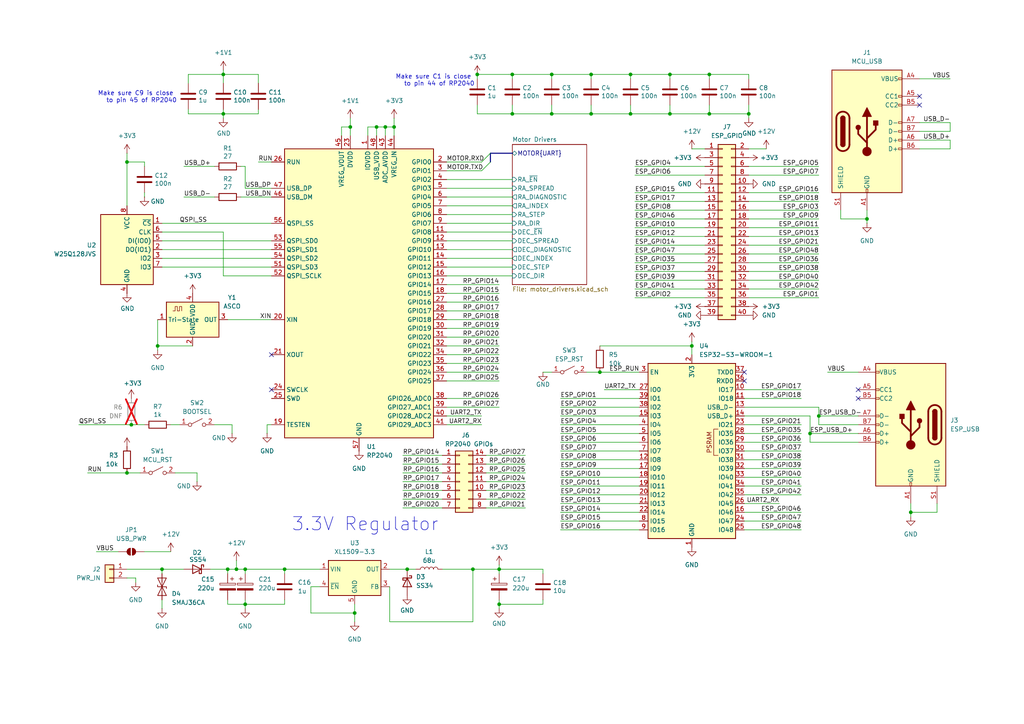
<source format=kicad_sch>
(kicad_sch (version 20250114) (generator "eeschema") (generator_version "9.0")
  (paper "A4")
  (bus_alias "UART" (members "RXD" "TXD"))
  (text "Make sure C9 is close \nto pin 45 of RP2040" (at 51.308 29.972 0) (effects (font (size 1.27 1.27)) (justify right bottom)))
  (text "Make sure C1 is close \nto pin 44 of RP2040" (at 137.668 25.146 0) (effects (font (size 1.27 1.27)) (justify right bottom)))
  (text "3.3V Regulator" (at 105.918 152.146 0) (effects (font (size 3.81 3.81))))
  (junction (at 148.59 33.02))
  (junction (at 102.87 177.8))
  (junction (at 66.04 165.1))
  (junction (at 45.72 100.33))
  (junction (at 68.58 165.1))
  (junction (at 200.66 100.33))
  (junction (at 82.55 165.1))
  (junction (at 137.16 165.1))
  (junction (at 171.45 21.59))
  (junction (at 237.49 120.65))
  (junction (at 173.99 107.95))
  (junction (at 64.77 21.59))
  (junction (at 234.95 125.73))
  (junction (at 171.45 33.02))
  (junction (at 144.78 165.1))
  (junction (at 36.83 137.16))
  (junction (at 118.11 165.1))
  (junction (at 160.02 21.59))
  (junction (at 101.6 36.83))
  (junction (at 71.12 175.26))
  (junction (at 38.1 123.19))
  (junction (at 205.74 33.02))
  (junction (at 194.31 21.59))
  (junction (at 205.74 21.59))
  (junction (at 182.88 21.59))
  (junction (at 111.76 36.83))
  (junction (at 182.88 33.02))
  (junction (at 194.31 33.02))
  (junction (at 264.16 148.59))
  (junction (at 36.83 46.99))
  (junction (at 144.78 175.26))
  (junction (at 64.77 33.02))
  (junction (at 148.59 21.59))
  (junction (at 71.12 165.1))
  (junction (at 217.17 33.02))
  (junction (at 138.43 21.59))
  (junction (at 160.02 33.02))
  (junction (at 109.22 36.83))
  (junction (at 46.99 165.1))
  (junction (at 251.46 63.5))
  (junction (at 114.3 36.83))
  (no_connect (at 215.9 107.95))
  (no_connect (at 248.92 115.57))
  (no_connect (at 248.92 113.03))
  (no_connect (at 215.9 110.49))
  (no_connect (at 78.74 113.03))
  (no_connect (at 78.74 102.87))
  (no_connect (at 266.7 30.48))
  (no_connect (at 266.7 27.94))
  (bus_entry (at 142.24 46.99) (size -2.54 2.54))
  (bus_entry (at 142.24 44.45) (size -2.54 2.54))
  (wire (pts (xy 162.56 143.51) (xy 185.42 143.51)))
  (wire (pts (xy 64.77 33.02) (xy 64.77 34.29)))
  (wire (pts (xy 99.06 36.83) (xy 101.6 36.83)))
  (wire (pts (xy 215.9 123.19) (xy 232.41 123.19)))
  (wire (pts (xy 215.9 128.27) (xy 232.41 128.27)))
  (wire (pts (xy 41.91 48.26) (xy 41.91 46.99)))
  (wire (pts (xy 217.17 78.74) (xy 237.49 78.74)))
  (wire (pts (xy 64.77 20.32) (xy 64.77 21.59)))
  (wire (pts (xy 271.78 148.59) (xy 271.78 146.05)))
  (wire (pts (xy 64.77 67.31) (xy 64.77 80.01)))
  (wire (pts (xy 128.27 139.7) (xy 116.84 139.7)))
  (wire (pts (xy 217.17 76.2) (xy 237.49 76.2)))
  (wire (pts (xy 148.59 22.86) (xy 148.59 21.59)))
  (wire (pts (xy 54.61 33.02) (xy 64.77 33.02)))
  (wire (pts (xy 74.93 33.02) (xy 74.93 31.75)))
  (wire (pts (xy 140.97 134.62) (xy 152.4 134.62)))
  (wire (pts (xy 205.74 22.86) (xy 205.74 21.59)))
  (wire (pts (xy 129.54 85.09) (xy 144.78 85.09)))
  (wire (pts (xy 184.15 63.5) (xy 204.47 63.5)))
  (wire (pts (xy 217.17 63.5) (xy 237.49 63.5)))
  (wire (pts (xy 46.99 165.1) (xy 46.99 166.37)))
  (wire (pts (xy 162.56 125.73) (xy 185.42 125.73)))
  (wire (pts (xy 82.55 173.99) (xy 82.55 175.26)))
  (wire (pts (xy 140.97 132.08) (xy 152.4 132.08)))
  (wire (pts (xy 275.59 43.18) (xy 275.59 40.64)))
  (wire (pts (xy 162.56 146.05) (xy 185.42 146.05)))
  (wire (pts (xy 64.77 80.01) (xy 78.74 80.01)))
  (wire (pts (xy 128.27 134.62) (xy 116.84 134.62)))
  (wire (pts (xy 129.54 77.47) (xy 148.59 77.47)))
  (wire (pts (xy 64.77 21.59) (xy 74.93 21.59)))
  (wire (pts (xy 68.58 162.56) (xy 68.58 165.1)))
  (wire (pts (xy 275.59 35.56) (xy 266.7 35.56)))
  (wire (pts (xy 222.25 43.18) (xy 217.17 43.18)))
  (wire (pts (xy 275.59 38.1) (xy 275.59 35.56)))
  (wire (pts (xy 184.15 66.04) (xy 204.47 66.04)))
  (wire (pts (xy 205.74 33.02) (xy 194.31 33.02)))
  (wire (pts (xy 114.3 34.29) (xy 114.3 36.83)))
  (wire (pts (xy 217.17 33.02) (xy 217.17 34.29)))
  (wire (pts (xy 129.54 115.57) (xy 144.78 115.57)))
  (wire (pts (xy 217.17 50.8) (xy 237.49 50.8)))
  (wire (pts (xy 46.99 165.1) (xy 53.34 165.1)))
  (wire (pts (xy 46.99 67.31) (xy 64.77 67.31)))
  (wire (pts (xy 109.22 36.83) (xy 109.22 39.37)))
  (wire (pts (xy 162.56 153.67) (xy 185.42 153.67)))
  (wire (pts (xy 217.17 60.96) (xy 237.49 60.96)))
  (wire (pts (xy 45.72 100.33) (xy 55.88 100.33)))
  (wire (pts (xy 45.72 100.33) (xy 45.72 101.6)))
  (wire (pts (xy 248.92 107.95) (xy 240.03 107.95)))
  (wire (pts (xy 129.54 82.55) (xy 144.78 82.55)))
  (wire (pts (xy 215.9 153.67) (xy 232.41 153.67)))
  (wire (pts (xy 71.12 173.99) (xy 71.12 175.26)))
  (wire (pts (xy 129.54 46.99) (xy 139.7 46.99)))
  (wire (pts (xy 46.99 69.85) (xy 78.74 69.85)))
  (wire (pts (xy 234.95 125.73) (xy 234.95 120.65)))
  (wire (pts (xy 66.04 92.71) (xy 78.74 92.71)))
  (wire (pts (xy 102.87 180.34) (xy 102.87 177.8)))
  (wire (pts (xy 182.88 33.02) (xy 171.45 33.02)))
  (wire (pts (xy 128.27 132.08) (xy 116.84 132.08)))
  (wire (pts (xy 54.61 31.75) (xy 54.61 33.02)))
  (wire (pts (xy 184.15 60.96) (xy 204.47 60.96)))
  (wire (pts (xy 101.6 34.29) (xy 101.6 36.83)))
  (wire (pts (xy 237.49 123.19) (xy 237.49 120.65)))
  (wire (pts (xy 237.49 118.11) (xy 215.9 118.11)))
  (wire (pts (xy 204.47 86.36) (xy 184.15 86.36)))
  (wire (pts (xy 129.54 100.33) (xy 144.78 100.33)))
  (wire (pts (xy 22.86 123.19) (xy 38.1 123.19)))
  (wire (pts (xy 138.43 33.02) (xy 148.59 33.02)))
  (wire (pts (xy 68.58 165.1) (xy 71.12 165.1)))
  (wire (pts (xy 74.93 21.59) (xy 74.93 24.13)))
  (wire (pts (xy 82.55 165.1) (xy 82.55 166.37)))
  (wire (pts (xy 144.78 163.83) (xy 144.78 165.1)))
  (wire (pts (xy 157.48 175.26) (xy 157.48 173.99)))
  (wire (pts (xy 184.15 48.26) (xy 204.47 48.26)))
  (wire (pts (xy 129.54 69.85) (xy 148.59 69.85)))
  (wire (pts (xy 171.45 21.59) (xy 182.88 21.59)))
  (wire (pts (xy 53.34 48.26) (xy 62.23 48.26)))
  (wire (pts (xy 184.15 73.66) (xy 204.47 73.66)))
  (wire (pts (xy 243.84 63.5) (xy 243.84 60.96)))
  (wire (pts (xy 217.17 73.66) (xy 237.49 73.66)))
  (wire (pts (xy 137.16 180.34) (xy 113.03 180.34)))
  (wire (pts (xy 237.49 120.65) (xy 248.92 120.65)))
  (wire (pts (xy 140.97 144.78) (xy 152.4 144.78)))
  (wire (pts (xy 71.12 54.61) (xy 78.74 54.61)))
  (wire (pts (xy 118.11 165.1) (xy 120.65 165.1)))
  (wire (pts (xy 162.56 151.13) (xy 185.42 151.13)))
  (wire (pts (xy 234.95 128.27) (xy 234.95 125.73)))
  (wire (pts (xy 144.78 173.99) (xy 144.78 175.26)))
  (wire (pts (xy 215.9 133.35) (xy 232.41 133.35)))
  (wire (pts (xy 102.87 177.8) (xy 102.87 175.26)))
  (wire (pts (xy 184.15 50.8) (xy 204.47 50.8)))
  (wire (pts (xy 217.17 30.48) (xy 217.17 33.02)))
  (wire (pts (xy 200.66 100.33) (xy 200.66 102.87)))
  (wire (pts (xy 234.95 120.65) (xy 215.9 120.65)))
  (wire (pts (xy 162.56 130.81) (xy 185.42 130.81)))
  (wire (pts (xy 264.16 148.59) (xy 264.16 146.05)))
  (wire (pts (xy 113.03 180.34) (xy 113.03 170.18)))
  (wire (pts (xy 173.99 107.95) (xy 170.18 107.95)))
  (wire (pts (xy 128.27 165.1) (xy 137.16 165.1)))
  (wire (pts (xy 162.56 138.43) (xy 185.42 138.43)))
  (wire (pts (xy 184.15 55.88) (xy 204.47 55.88)))
  (wire (pts (xy 111.76 36.83) (xy 111.76 39.37)))
  (wire (pts (xy 129.54 97.79) (xy 144.78 97.79)))
  (wire (pts (xy 162.56 148.59) (xy 185.42 148.59)))
  (wire (pts (xy 113.03 165.1) (xy 118.11 165.1)))
  (wire (pts (xy 114.3 36.83) (xy 114.3 39.37)))
  (wire (pts (xy 194.31 33.02) (xy 182.88 33.02)))
  (wire (pts (xy 234.95 125.73) (xy 248.92 125.73)))
  (wire (pts (xy 129.54 54.61) (xy 148.59 54.61)))
  (wire (pts (xy 129.54 57.15) (xy 148.59 57.15)))
  (wire (pts (xy 140.97 147.32) (xy 152.4 147.32)))
  (wire (pts (xy 46.99 77.47) (xy 78.74 77.47)))
  (wire (pts (xy 204.47 81.28) (xy 184.15 81.28)))
  (wire (pts (xy 266.7 43.18) (xy 275.59 43.18)))
  (wire (pts (xy 77.47 125.73) (xy 77.47 123.19)))
  (wire (pts (xy 25.4 137.16) (xy 36.83 137.16)))
  (wire (pts (xy 82.55 165.1) (xy 92.71 165.1)))
  (wire (pts (xy 129.54 120.65) (xy 139.7 120.65)))
  (wire (pts (xy 184.15 68.58) (xy 204.47 68.58)))
  (wire (pts (xy 217.17 81.28) (xy 237.49 81.28)))
  (wire (pts (xy 53.34 57.15) (xy 62.23 57.15)))
  (wire (pts (xy 251.46 64.77) (xy 251.46 63.5)))
  (wire (pts (xy 129.54 102.87) (xy 144.78 102.87)))
  (wire (pts (xy 215.9 130.81) (xy 232.41 130.81)))
  (wire (pts (xy 129.54 105.41) (xy 144.78 105.41)))
  (wire (pts (xy 129.54 59.69) (xy 148.59 59.69)))
  (wire (pts (xy 111.76 36.83) (xy 114.3 36.83)))
  (wire (pts (xy 128.27 147.32) (xy 116.84 147.32)))
  (wire (pts (xy 217.17 86.36) (xy 237.49 86.36)))
  (wire (pts (xy 162.56 120.65) (xy 185.42 120.65)))
  (wire (pts (xy 90.17 170.18) (xy 90.17 177.8)))
  (wire (pts (xy 64.77 31.75) (xy 64.77 33.02)))
  (wire (pts (xy 184.15 71.12) (xy 204.47 71.12)))
  (wire (pts (xy 106.68 39.37) (xy 106.68 36.83)))
  (wire (pts (xy 74.93 46.99) (xy 78.74 46.99)))
  (wire (pts (xy 266.7 22.86) (xy 275.59 22.86)))
  (wire (pts (xy 128.27 144.78) (xy 116.84 144.78)))
  (wire (pts (xy 82.55 175.26) (xy 71.12 175.26)))
  (wire (pts (xy 129.54 118.11) (xy 144.78 118.11)))
  (wire (pts (xy 160.02 33.02) (xy 148.59 33.02)))
  (wire (pts (xy 217.17 71.12) (xy 237.49 71.12)))
  (wire (pts (xy 215.9 113.03) (xy 232.41 113.03)))
  (wire (pts (xy 264.16 149.86) (xy 264.16 148.59)))
  (wire (pts (xy 162.56 140.97) (xy 185.42 140.97)))
  (wire (pts (xy 129.54 107.95) (xy 144.78 107.95)))
  (wire (pts (xy 160.02 30.48) (xy 160.02 33.02)))
  (wire (pts (xy 248.92 123.19) (xy 237.49 123.19)))
  (wire (pts (xy 184.15 58.42) (xy 204.47 58.42)))
  (wire (pts (xy 251.46 63.5) (xy 243.84 63.5)))
  (wire (pts (xy 205.74 21.59) (xy 217.17 21.59)))
  (wire (pts (xy 157.48 165.1) (xy 157.48 166.37)))
  (wire (pts (xy 144.78 176.53) (xy 144.78 175.26)))
  (wire (pts (xy 77.47 123.19) (xy 78.74 123.19)))
  (wire (pts (xy 71.12 166.37) (xy 71.12 165.1)))
  (wire (pts (xy 38.1 123.19) (xy 41.91 123.19)))
  (wire (pts (xy 46.99 64.77) (xy 78.74 64.77)))
  (wire (pts (xy 66.04 165.1) (xy 66.04 166.37)))
  (wire (pts (xy 129.54 74.93) (xy 148.59 74.93)))
  (wire (pts (xy 215.9 148.59) (xy 232.41 148.59)))
  (wire (pts (xy 215.9 135.89) (xy 232.41 135.89)))
  (wire (pts (xy 217.17 68.58) (xy 237.49 68.58)))
  (wire (pts (xy 101.6 36.83) (xy 101.6 39.37)))
  (wire (pts (xy 129.54 110.49) (xy 144.78 110.49)))
  (wire (pts (xy 266.7 38.1) (xy 275.59 38.1)))
  (wire (pts (xy 275.59 40.64) (xy 266.7 40.64)))
  (wire (pts (xy 162.56 128.27) (xy 185.42 128.27)))
  (wire (pts (xy 205.74 33.02) (xy 217.17 33.02)))
  (wire (pts (xy 200.66 43.18) (xy 204.47 43.18)))
  (wire (pts (xy 129.54 52.07) (xy 148.59 52.07)))
  (wire (pts (xy 41.91 55.88) (xy 41.91 57.15)))
  (wire (pts (xy 66.04 173.99) (xy 66.04 175.26)))
  (wire (pts (xy 162.56 133.35) (xy 185.42 133.35)))
  (wire (pts (xy 144.78 175.26) (xy 157.48 175.26)))
  (wire (pts (xy 215.9 138.43) (xy 232.41 138.43)))
  (wire (pts (xy 140.97 142.24) (xy 152.4 142.24)))
  (wire (pts (xy 215.9 143.51) (xy 232.41 143.51)))
  (wire (pts (xy 99.06 39.37) (xy 99.06 36.83)))
  (wire (pts (xy 264.16 148.59) (xy 271.78 148.59)))
  (wire (pts (xy 138.43 30.48) (xy 138.43 33.02)))
  (wire (pts (xy 129.54 72.39) (xy 148.59 72.39)))
  (wire (pts (xy 36.83 165.1) (xy 46.99 165.1)))
  (wire (pts (xy 160.02 22.86) (xy 160.02 21.59)))
  (wire (pts (xy 39.37 167.64) (xy 36.83 167.64)))
  (wire (pts (xy 160.02 107.95) (xy 157.48 107.95)))
  (wire (pts (xy 185.42 107.95) (xy 173.99 107.95)))
  (wire (pts (xy 71.12 48.26) (xy 69.85 48.26)))
  (wire (pts (xy 106.68 36.83) (xy 109.22 36.83)))
  (wire (pts (xy 148.59 30.48) (xy 148.59 33.02)))
  (wire (pts (xy 194.31 22.86) (xy 194.31 21.59)))
  (wire (pts (xy 217.17 66.04) (xy 237.49 66.04)))
  (wire (pts (xy 182.88 22.86) (xy 182.88 21.59)))
  (wire (pts (xy 144.78 166.37) (xy 144.78 165.1)))
  (wire (pts (xy 162.56 118.11) (xy 185.42 118.11)))
  (wire (pts (xy 217.17 83.82) (xy 237.49 83.82)))
  (wire (pts (xy 36.83 137.16) (xy 40.64 137.16)))
  (wire (pts (xy 129.54 95.25) (xy 144.78 95.25)))
  (wire (pts (xy 41.91 160.02) (xy 49.53 160.02)))
  (wire (pts (xy 200.66 99.06) (xy 200.66 100.33)))
  (wire (pts (xy 71.12 176.53) (xy 71.12 175.26)))
  (wire (pts (xy 251.46 63.5) (xy 251.46 60.96)))
  (wire (pts (xy 215.9 140.97) (xy 232.41 140.97)))
  (wire (pts (xy 138.43 21.59) (xy 138.43 22.86)))
  (wire (pts (xy 54.61 21.59) (xy 54.61 24.13)))
  (wire (pts (xy 46.99 74.93) (xy 78.74 74.93)))
  (wire (pts (xy 66.04 165.1) (xy 68.58 165.1)))
  (wire (pts (xy 171.45 30.48) (xy 171.45 33.02)))
  (wire (pts (xy 217.17 22.86) (xy 217.17 21.59)))
  (wire (pts (xy 45.72 100.33) (xy 45.72 92.71)))
  (wire (pts (xy 162.56 123.19) (xy 185.42 123.19)))
  (wire (pts (xy 217.17 58.42) (xy 237.49 58.42)))
  (wire (pts (xy 160.02 21.59) (xy 171.45 21.59)))
  (wire (pts (xy 237.49 120.65) (xy 237.49 118.11)))
  (wire (pts (xy 71.12 54.61) (xy 71.12 48.26)))
  (wire (pts (xy 144.78 165.1) (xy 157.48 165.1)))
  (wire (pts (xy 171.45 22.86) (xy 171.45 21.59)))
  (wire (pts (xy 129.54 123.19) (xy 139.7 123.19)))
  (wire (pts (xy 64.77 21.59) (xy 54.61 21.59)))
  (wire (pts (xy 46.99 173.99) (xy 46.99 176.53)))
  (wire (pts (xy 215.9 115.57) (xy 232.41 115.57)))
  (wire (pts (xy 36.83 46.99) (xy 41.91 46.99)))
  (wire (pts (xy 217.17 55.88) (xy 237.49 55.88)))
  (wire (pts (xy 148.59 21.59) (xy 160.02 21.59)))
  (wire (pts (xy 129.54 80.01) (xy 148.59 80.01)))
  (wire (pts (xy 67.31 123.19) (xy 67.31 125.73)))
  (wire (pts (xy 49.53 123.19) (xy 52.07 123.19)))
  (wire (pts (xy 215.9 146.05) (xy 226.06 146.05)))
  (wire (pts (xy 140.97 137.16) (xy 152.4 137.16)))
  (wire (pts (xy 204.47 83.82) (xy 184.15 83.82)))
  (wire (pts (xy 129.54 87.63) (xy 144.78 87.63)))
  (bus (pts (xy 148.59 44.45) (xy 142.24 44.45)))
  (wire (pts (xy 162.56 115.57) (xy 185.42 115.57)))
  (wire (pts (xy 128.27 142.24) (xy 116.84 142.24)))
  (wire (pts (xy 182.88 21.59) (xy 194.31 21.59)))
  (wire (pts (xy 162.56 135.89) (xy 185.42 135.89)))
  (wire (pts (xy 171.45 33.02) (xy 160.02 33.02)))
  (wire (pts (xy 60.96 165.1) (xy 66.04 165.1)))
  (wire (pts (xy 173.99 100.33) (xy 200.66 100.33)))
  (wire (pts (xy 129.54 49.53) (xy 139.7 49.53)))
  (wire (pts (xy 39.37 168.91) (xy 39.37 167.64)))
  (wire (pts (xy 71.12 165.1) (xy 82.55 165.1)))
  (bus (pts (xy 142.24 44.45) (xy 142.24 46.99)))
  (wire (pts (xy 205.74 30.48) (xy 205.74 33.02)))
  (wire (pts (xy 46.99 72.39) (xy 78.74 72.39)))
  (wire (pts (xy 50.8 137.16) (xy 57.15 137.16)))
  (wire (pts (xy 129.54 64.77) (xy 148.59 64.77)))
  (wire (pts (xy 137.16 165.1) (xy 137.16 180.34)))
  (wire (pts (xy 215.9 151.13) (xy 232.41 151.13)))
  (wire (pts (xy 64.77 33.02) (xy 74.93 33.02)))
  (wire (pts (xy 204.47 76.2) (xy 184.15 76.2)))
  (wire (pts (xy 129.54 92.71) (xy 144.78 92.71)))
  (wire (pts (xy 194.31 21.59) (xy 205.74 21.59)))
  (wire (pts (xy 215.9 125.73) (xy 232.41 125.73)))
  (wire (pts (xy 57.15 137.16) (xy 57.15 139.7)))
  (wire (pts (xy 138.43 21.59) (xy 148.59 21.59)))
  (wire (pts (xy 64.77 21.59) (xy 64.77 24.13)))
  (wire (pts (xy 129.54 62.23) (xy 148.59 62.23)))
  (wire (pts (xy 128.27 137.16) (xy 116.84 137.16)))
  (wire (pts (xy 109.22 36.83) (xy 111.76 36.83)))
  (wire (pts (xy 137.16 165.1) (xy 144.78 165.1)))
  (wire (pts (xy 92.71 170.18) (xy 90.17 170.18)))
  (wire (pts (xy 194.31 30.48) (xy 194.31 33.02)))
  (wire (pts (xy 62.23 123.19) (xy 67.31 123.19)))
  (wire (pts (xy 185.42 113.03) (xy 175.26 113.03)))
  (wire (pts (xy 27.94 160.02) (xy 34.29 160.02)))
  (wire (pts (xy 217.17 48.26) (xy 237.49 48.26)))
  (wire (pts (xy 90.17 177.8) (xy 102.87 177.8)))
  (wire (pts (xy 36.83 59.69) (xy 36.83 46.99)))
  (wire (pts (xy 140.97 139.7) (xy 152.4 139.7)))
  (wire (pts (xy 66.04 175.26) (xy 71.12 175.26)))
  (wire (pts (xy 69.85 57.15) (xy 78.74 57.15)))
  (wire (pts (xy 129.54 67.31) (xy 148.59 67.31)))
  (wire (pts (xy 36.83 44.45) (xy 36.83 46.99)))
  (wire (pts (xy 204.47 78.74) (xy 184.15 78.74)))
  (wire (pts (xy 248.92 128.27) (xy 234.95 128.27)))
  (wire (pts (xy 129.54 90.17) (xy 144.78 90.17)))
  (wire (pts (xy 182.88 30.48) (xy 182.88 33.02)))
  (label "ESP_GPIO7" (at 237.49 50.8 180))
  (label "ESP_GPIO10" (at 184.15 66.04 0))
  (label "ESP_GPIO38" (at 237.49 78.74 180))
  (label "ESP_GPIO17" (at 232.41 113.03 180))
  (label "ESP_GPIO1" (at 237.49 86.36 180))
  (label "RP_GPIO15" (at 116.84 134.62 0))
  (label "ESP_GPIO6" (at 162.56 128.27 0))
  (label "ESP_GPIO41" (at 184.15 83.82 0))
  (label "ESP_GPIO8" (at 184.15 60.96 0))
  (label "ESP_GPIO47" (at 184.15 73.66 0))
  (label "USB_D+" (at 53.34 48.26 0))
  (label "RP_GPIO20" (at 116.84 147.32 0))
  (label "RP_GPIO22" (at 144.78 102.87 180))
  (label "ESP_GPIO16" (at 237.49 55.88 180))
  (label "RP_GPIO22" (at 152.4 144.78 180))
  (label "ESP_GPIO46" (at 232.41 148.59 180))
  (label "ESP_GPIO4" (at 162.56 123.19 0))
  (label "VBUS" (at 240.03 107.95 0))
  (label "MOTOR.RXD" (at 129.54 46.99 0))
  (label "RP_GPIO27" (at 152.4 132.08 180))
  (label "ESP_GPIO7" (at 162.56 130.81 0))
  (label "USB_DP" (at 71.12 54.61 0))
  (label "RP_GPIO26" (at 144.78 115.57 180))
  (label "ESP_GPIO11" (at 162.56 140.97 0))
  (label "RP_GPIO25" (at 152.4 137.16 180))
  (label "RP_GPIO24" (at 152.4 139.7 180))
  (label "UART2_TX" (at 139.7 120.65 180))
  (label "ESP_GPIO5" (at 162.56 125.73 0))
  (label "RP_GPIO17" (at 144.78 90.17 180))
  (label "RP_GPIO21" (at 152.4 147.32 180))
  (label "ESP_GPIO2" (at 162.56 118.11 0))
  (label "ESP_GPIO14" (at 184.15 71.12 0))
  (label "ESP_GPIO37" (at 184.15 78.74 0))
  (label "USB_DN" (at 71.12 57.15 0))
  (label "ESP_GPIO12" (at 184.15 68.58 0))
  (label "RP_GPIO19" (at 116.84 144.78 0))
  (label "RP_GPIO14" (at 116.84 132.08 0))
  (label "ESP_GPIO1" (at 162.56 115.57 0))
  (label "ESP_GPIO15" (at 184.15 55.88 0))
  (label "RP_GPIO27" (at 144.78 118.11 180))
  (label "RP_GPIO18" (at 144.78 92.71 180))
  (label "XIN" (at 78.74 92.71 180))
  (label "ESP_GPIO3" (at 162.56 120.65 0))
  (label "ESP_USB_D-" (at 237.49 120.65 0))
  (label "ESP_USB_D+" (at 234.95 125.73 0))
  (label "RP_GPIO17" (at 116.84 139.7 0))
  (label "RP_GPIO16" (at 144.78 87.63 180))
  (label "ESP_GPIO35" (at 184.15 76.2 0))
  (label "ESP_GPIO3" (at 237.49 60.96 180))
  (label "RP_GPIO15" (at 144.78 85.09 180))
  (label "ESP_GPIO40" (at 232.41 138.43 180))
  (label "ESP_GPIO21" (at 237.49 71.12 180))
  (label "RUN" (at 74.93 46.99 0))
  (label "ESP_GPIO42" (at 232.41 143.51 180))
  (label "RP_GPIO23" (at 144.78 105.41 180))
  (label "ESP_GPIO15" (at 162.56 151.13 0))
  (label "ESP_GPIO37" (at 232.41 130.81 180))
  (label "ESP_GPIO11" (at 237.49 66.04 180))
  (label "RP_GPIO16" (at 116.84 137.16 0))
  (label "RP_GPIO26" (at 152.4 134.62 180))
  (label "ESP_GPIO38" (at 232.41 133.35 180))
  (label "ESP_GPIO35" (at 232.41 125.73 180))
  (label "ESP_GPIO4" (at 184.15 48.26 0))
  (label "RP_GPIO24" (at 144.78 107.95 180))
  (label "UART2_RX" (at 139.7 123.19 180))
  (label "ESP_GPIO17" (at 184.15 58.42 0))
  (label "ESP_GPIO10" (at 162.56 138.43 0))
  (label "ESP_GPIO2" (at 184.15 86.36 0))
  (label "QSPI_SS" (at 22.86 123.19 0))
  (label "ESP_GPIO41" (at 232.41 140.97 180))
  (label "USB_D-" (at 53.34 57.15 0))
  (label "RP_GPIO23" (at 152.4 142.24 180))
  (label "RP_GPIO20" (at 144.78 97.79 180))
  (label "RP_GPIO25" (at 144.78 110.49 180))
  (label "ESP_GPIO9" (at 237.49 63.5 180))
  (label "ESP_GPIO13" (at 237.49 68.58 180))
  (label "ESP_GPIO39" (at 232.41 135.89 180))
  (label "MOTOR.TXD" (at 129.54 49.53 0))
  (label "ESP_GPIO5" (at 237.49 48.26 180))
  (label "USB_D+" (at 275.59 40.64 180))
  (label "RUN" (at 25.4 137.16 0))
  (label "ESP_GPIO36" (at 232.41 128.27 180))
  (label "RP_GPIO21" (at 144.78 100.33 180))
  (label "ESP_GPIO18" (at 232.41 115.57 180))
  (label "USB_D-" (at 275.59 35.56 180))
  (label "ESP_GPIO40" (at 237.49 81.28 180))
  (label "ESP_GPIO46" (at 184.15 63.5 0))
  (label "ESP_GPIO48" (at 232.41 153.67 180))
  (label "RP_GPIO19" (at 144.78 95.25 180))
  (label "VBUS" (at 27.94 160.02 0))
  (label "RP_GPIO14" (at 144.78 82.55 180))
  (label "QSPI_SS" (at 52.07 64.77 0))
  (label "ESP_GPIO16" (at 162.56 153.67 0))
  (label "ESP_GPIO47" (at 232.41 151.13 180))
  (label "ESP_GPIO8" (at 162.56 133.35 0))
  (label "VBUS" (at 275.59 22.86 180))
  (label "ESP_GPIO36" (at 237.49 76.2 180))
  (label "UART2_RX" (at 226.06 146.05 180))
  (label "UART2_TX" (at 175.26 113.03 0))
  (label "RP_GPIO18" (at 116.84 142.24 0))
  (label "ESP_GPIO42" (at 237.49 83.82 180))
  (label "ESP_GPIO14" (at 162.56 148.59 0))
  (label "ESP_GPIO39" (at 184.15 81.28 0))
  (label "ESP_GPIO13" (at 162.56 146.05 0))
  (label "ESP_GPIO12" (at 162.56 143.51 0))
  (label "ESP_GPIO18" (at 237.49 58.42 180))
  (label "ESP_GPIO48" (at 237.49 73.66 180))
  (label "ESP_GPIO9" (at 162.56 135.89 0))
  (label "ESP_RUN" (at 185.42 107.95 180))
  (label "ESP_GPIO6" (at 184.15 50.8 0))
  (label "ESP_GPIO21" (at 232.41 123.19 180))
  (symbol (lib_id "power:+1V1") (at 101.6 34.29 0) (unit 1)
    (property "Reference" "#PWR04" (effects (hide yes)))
    (property "Value" "+1V1" (at 101.6 29.21 0))
    (property "Description" "Power symbol creates a global label with name \"+1V1\"" (effects (hide yes)))
  )
  (symbol (lib_id "power:GND") (at 45.72 101.6 0) (unit 1)
    (property "Reference" "#PWR013" (effects (hide yes)))
    (property "Value" "GND" (at 45.72 106.68 0))
    (property "Description" "Power symbol creates a global label with name \"GND\" , ground" (effects (hide yes)))
  )
  (symbol (lib_id "Connector:USB_C_Receptacle_USB2.0_14P") (at 264.16 123.19 0) (mirror y) (unit 1)
    (property "Reference" "J3" (at 275.59 121.9199 0) (effects (justify right)))
    (property "Value" "ESP_USB" (at 275.59 124.4599 0) (effects (justify right)))
    (property "Footprint" "geocam_footprints:USB-C-TH_SHOUHAN_TYPE-C-14PLC-H10.0" (effects (hide yes)))
    (property "Datasheet" "https://www.usb.org/sites/default/files/documents/usb_type-c.zip" (effects (hide yes)))
    (property "Description" "USB 2.0-only 14P Type-C Receptacle connector" (effects (hide yes)))
    (property "LCSC" "C3151746" (effects (hide yes)))
  )
  (symbol (lib_id "power:GND") (at 102.87 180.34 0) (unit 1)
    (property "Reference" "#PWR032" (effects (hide yes)))
    (property "Value" "GND" (at 102.87 185.42 0))
    (property "Description" "Power symbol creates a global label with name \"GND\" , ground" (effects (hide yes)))
  )
  (symbol (lib_id "power:GND") (at 251.46 64.77 0) (unit 1)
    (property "Reference" "#PWR025" (effects (hide yes)))
    (property "Value" "GND" (at 251.46 69.85 0))
    (property "Description" "Power symbol creates a global label with name \"GND\" , ground" (effects (hide yes)))
  )
  (symbol (lib_id "power:GND") (at 204.47 53.34 270) (unit 1)
    (property "Reference" "#PWR016" (effects (hide yes)))
    (property "Value" "GND" (at 200.66 53.3399 90) (effects (justify right)))
    (property "Description" "Power symbol creates a global label with name \"GND\" , ground" (effects (hide yes)))
  )
  (symbol (lib_id "Switch:SW_SPST") (at 45.72 137.16 0) (unit 1)
    (property "Reference" "SW1" (at 45.72 130.81 0))
    (property "Value" "MCU_RST" (at 45.72 133.35 0))
    (property "Footprint" "geocam_footprints:SW-SMD_L3.9-W3.0-P4.45" (effects (hide yes)))
    (property "Description" "Single Pole Single Throw (SPST) switch" (effects (hide yes)))
    (property "LCSC" "C720477" (effects (hide yes)))
  )
  (symbol (lib_id "power:+3V3") (at 138.43 21.59 0) (unit 1)
    (property "Reference" "#PWR02" (effects (hide yes)))
    (property "Value" "+3V3" (at 138.43 16.51 0))
    (property "Description" "Power symbol creates a global label with name \"+3V3\"" (effects (hide yes)))
  )
  (symbol (lib_id "power:GND") (at 104.14 130.81 0) (unit 1)
    (property "Reference" "#PWR018" (effects (hide yes)))
    (property "Value" "GND" (at 104.14 135.89 0))
    (property "Description" "Power symbol creates a global label with name \"GND\" , ground" (effects (hide yes)))
  )
  (symbol (lib_id "power:+3V3") (at 204.47 88.9 90) (unit 1)
    (property "Reference" "#PWR038" (effects (hide yes)))
    (property "Value" "+3V3" (at 200.66 88.8999 90) (effects (justify left)))
    (property "Description" "Power symbol creates a global label with name \"+3V3\"" (effects (hide yes)))
  )
  (symbol (lib_id "Device:C") (at 194.31 26.67 0) (unit 1)
    (property "Reference" "C6" (at 197.231 25.5016 0) (effects (justify left)))
    (property "Value" "100n" (at 197.231 27.813 0) (effects (justify left)))
    (property "Footprint" "Capacitor_SMD:C_0402_1005Metric" (effects (hide yes)))
    (property "LCSC" "C1525" (effects (hide yes)))
  )
  (symbol (lib_id "Device:C") (at 157.48 170.18 0) (unit 1)
    (property "Reference" "C18" (at 160.401 169.0116 0) (effects (justify left)))
    (property "Value" "10u" (at 160.401 171.323 0) (effects (justify left)))
    (property "Footprint" "Capacitor_SMD:C_0805_2012Metric" (effects (hide yes)))
    (property "LCSC" "C15850" (effects (hide yes)))
  )
  (symbol (lib_id "Oscillator:ASCO") (at 55.88 92.71 0) (unit 1)
    (property "Reference" "Y1" (at 67.31 86.2898 0))
    (property "Value" "ASCO" (at 67.31 88.8298 0))
    (property "Footprint" "Crystal:Crystal_SMD_5032-4Pin_5.0x3.2mm" (effects (hide yes)))
    (property "Datasheet" "https://abracon.com/Oscillators/ASCO.pdf" (effects (hide yes)))
    (property "Description" "Crystal Clock Oscillator, Abracon ASCO" (effects (hide yes)))
    (property "LCSC" "C19674262" (effects (hide yes)))
  )
  (symbol (lib_id "power:+3V3") (at 204.47 45.72 90) (unit 1)
    (property "Reference" "#PWR041" (effects (hide yes)))
    (property "Value" "+3V3" (at 200.66 45.7199 90) (effects (justify left)))
    (property "Description" "Power symbol creates a global label with name \"+3V3\"" (effects (hide yes)))
  )
  (symbol (lib_id "power:GND") (at 64.77 34.29 0) (unit 1)
    (property "Reference" "#PWR03" (effects (hide yes)))
    (property "Value" "GND" (at 64.897 38.6842 0))
  )
  (symbol (lib_id "Device:R") (at 45.72 123.19 270) (unit 1)
    (property "Reference" "R7" (at 45.72 117.9322 90))
    (property "Value" "1k" (at 45.72 120.2436 90))
    (property "Footprint" "Resistor_SMD:R_0402_1005Metric" (effects (hide yes)))
    (property "LCSC" "C11702" (effects (hide yes)))
  )
  (symbol (lib_id "Diode:MBRA340") (at 57.15 165.1 0) (mirror y) (unit 1)
    (property "Reference" "D2" (at 57.15 160.274 0))
    (property "Value" "SS54" (at 57.404 162.306 0))
    (property "Footprint" "Diode_SMD:D_SMA" (effects (hide yes)))
    (property "Datasheet" "https://www.onsemi.com/pub/Collateral/MBRA340T3-D.PDF" (effects (hide yes)))
    (property "Description" "40V 3A Schottky Barrier Rectifier Diode, SMA(DO-214AC)" (effects (hide yes)))
    (property "LCSC" "C22452" (effects (hide yes)))
  )
  (symbol (lib_id "Device:R") (at 173.99 104.14 180) (unit 1)
    (property "Reference" "R5" (at 176.53 102.8699 0) (effects (justify right)))
    (property "Value" "10k" (at 176.53 105.4099 0) (effects (justify right)))
    (property "Footprint" "Resistor_SMD:R_0402_1005Metric" (effects (hide yes)))
    (property "Description" "Resistor" (effects (hide yes)))
    (property "LCSC" "C25744" (effects (hide yes)))
  )
  (symbol (lib_id "Device:R") (at 36.83 133.35 0) (mirror x) (unit 1)
    (property "Reference" "R3" (at 34.29 132.0799 0) (effects (justify right)))
    (property "Value" "10k" (at 34.29 134.6199 0) (effects (justify right)))
    (property "Footprint" "Resistor_SMD:R_0402_1005Metric" (effects (hide yes)))
    (property "Description" "Resistor" (effects (hide yes)))
    (property "LCSC" "C25744" (effects (hide yes)))
  )
  (symbol (lib_id "power:GND") (at 217.17 91.44 90) (mirror x) (unit 1)
    (property "Reference" "#PWR037" (effects (hide yes)))
    (property "Value" "GND" (at 220.98 91.4399 90) (effects (justify right)))
    (property "Description" "Power symbol creates a global label with name \"GND\" , ground" (effects (hide yes)))
  )
  (symbol (lib_id "Device:C") (at 205.74 26.67 0) (unit 1)
    (property "Reference" "C7" (at 208.661 25.5016 0) (effects (justify left)))
    (property "Value" "100n" (at 208.661 27.813 0) (effects (justify left)))
    (property "Footprint" "Capacitor_SMD:C_0402_1005Metric" (effects (hide yes)))
    (property "LCSC" "C1525" (effects (hide yes)))
  )
  (symbol (lib_id "power:+3V3") (at 200.66 99.06 0) (unit 1)
    (property "Reference" "#PWR033" (effects (hide yes)))
    (property "Value" "+3V3" (at 200.66 93.98 0))
    (property "Description" "Power symbol creates a global label with name \"+3V3\"" (effects (hide yes)))
  )
  (symbol (lib_id "power:+3V3") (at 217.17 88.9 270) (mirror x) (unit 1)
    (property "Reference" "#PWR039" (effects (hide yes)))
    (property "Value" "+3V3" (at 220.98 88.8999 90) (effects (justify left)))
    (property "Description" "Power symbol creates a global label with name \"+3V3\"" (effects (hide yes)))
  )
  (symbol (lib_id "Device:C") (at 82.55 170.18 0) (unit 1)
    (property "Reference" "C16" (at 86.36 168.9099 0) (effects (justify left)))
    (property "Value" "1u" (at 86.36 171.4499 0) (effects (justify left)))
    (property "Footprint" "Capacitor_SMD:C_0603_1608Metric" (effects (hide yes)))
    (property "Description" "Unpolarized capacitor" (effects (hide yes)))
    (property "LCSC" "C15849" (effects (hide yes)))
  )
  (symbol (lib_id "power:GND") (at 41.91 57.15 0) (unit 1)
    (property "Reference" "#PWR09" (effects (hide yes)))
    (property "Value" "GND" (at 45.72 58.42 0))
  )
  (symbol (lib_id "power:+3V3") (at 144.78 163.83 0) (unit 1)
    (property "Reference" "#PWR026" (effects (hide yes)))
    (property "Value" "+3V3" (at 144.78 158.75 0))
    (property "Description" "Power symbol creates a global label with name \"+3V3\"" (effects (hide yes)))
  )
  (symbol (lib_id "Connector:USB_C_Receptacle_USB2.0_14P") (at 251.46 38.1 0) (unit 1)
    (property "Reference" "J1" (at 251.46 15.24 0))
    (property "Value" "MCU_USB" (at 251.46 17.78 0))
    (property "Footprint" "geocam_footprints:USB-C-TH_SHOUHAN_TYPE-C-14PLC-H10.0" (effects (hide yes)))
    (property "Datasheet" "https://www.usb.org/sites/default/files/documents/usb_type-c.zip" (effects (hide yes)))
    (property "Description" "USB 2.0-only 14P Type-C Receptacle connector" (effects (hide yes)))
    (property "LCSC" "C3151746" (effects (hide yes)))
  )
  (symbol (lib_id "power:GND") (at 36.83 85.09 0) (unit 1)
    (property "Reference" "#PWR010" (effects (hide yes)))
    (property "Value" "GND" (at 36.957 89.4842 0))
  )
  (symbol (lib_id "power:+3V3") (at 55.88 85.09 0) (unit 1)
    (property "Reference" "#PWR012" (effects (hide yes)))
    (property "Value" "+3V3" (at 55.88 80.01 0))
    (property "Description" "Power symbol creates a global label with name \"+3V3\"" (effects (hide yes)))
  )
  (symbol (lib_id "power:GND") (at 144.78 176.53 0) (unit 1)
    (property "Reference" "#PWR031" (effects (hide yes)))
    (property "Value" "GND" (at 146.812 180.848 0) (effects (justify right)))
    (property "Description" "Power symbol creates a global label with name \"GND\" , ground" (effects (hide yes)))
  )
  (symbol (lib_id "power:+12V") (at 49.53 160.02 0) (unit 1)
    (property "Reference" "#PWR023" (effects (hide yes)))
    (property "Value" "+12V" (at 49.53 154.94 0))
    (property "Description" "Power symbol creates a global label with name \"+12V\"" (effects (hide yes)))
  )
  (symbol (lib_id "power:GND") (at 157.48 107.95 0) (mirror y) (unit 1)
    (property "Reference" "#PWR036" (effects (hide yes)))
    (property "Value" "GND" (at 157.48 111.506 0))
  )
  (symbol (lib_id "power:+1V1") (at 64.77 20.32 0) (unit 1)
    (property "Reference" "#PWR01" (effects (hide yes)))
    (property "Value" "+1V1" (at 64.77 15.24 0))
    (property "Description" "Power symbol creates a global label with name \"+1V1\"" (effects (hide yes)))
  )
  (symbol (lib_id "power:+12V") (at 200.66 43.18 0) (unit 1)
    (property "Reference" "#PWR042" (effects (hide yes)))
    (property "Value" "+12V" (at 200.66 38.1 0))
    (property "Description" "Power symbol creates a global label with name \"+12V\"" (effects (hide yes)))
  )
  (symbol (lib_id "Device:C") (at 171.45 26.67 0) (unit 1)
    (property "Reference" "C4" (at 174.371 25.5016 0) (effects (justify left)))
    (property "Value" "100n" (at 174.371 27.813 0) (effects (justify left)))
    (property "Footprint" "Capacitor_SMD:C_0402_1005Metric" (effects (hide yes)))
    (property "LCSC" "C1525" (effects (hide yes)))
  )
  (symbol (lib_id "power:GND") (at 204.47 91.44 270) (unit 1)
    (property "Reference" "#PWR035" (effects (hide yes)))
    (property "Value" "GND" (at 200.66 91.4399 90) (effects (justify right)))
    (property "Description" "Power symbol creates a global label with name \"GND\" , ground" (effects (hide yes)))
  )
  (symbol (lib_id "Device:C") (at 138.43 26.67 0) (unit 1)
    (property "Reference" "C1" (at 141.351 25.5016 0) (effects (justify left)))
    (property "Value" "1u" (at 141.351 27.813 0) (effects (justify left)))
    (property "Footprint" "Capacitor_SMD:C_0402_1005Metric" (effects (hide yes)))
    (property "LCSC" "C52923" (effects (hide yes)))
  )
  (symbol (lib_id "Device:R") (at 66.04 48.26 270) (unit 1)
    (property "Reference" "R1" (at 66.04 43.0022 90))
    (property "Value" "27" (at 66.04 45.3136 90))
    (property "Footprint" "Resistor_SMD:R_0402_1005Metric" (effects (hide yes)))
    (property "LCSC" "C25100" (effects (hide yes)))
  )
  (symbol (lib_id "power:+12V") (at 222.25 43.18 0) (mirror y) (unit 1)
    (property "Reference" "#PWR043" (effects (hide yes)))
    (property "Value" "+12V" (at 222.25 38.1 0))
    (property "Description" "Power symbol creates a global label with name \"+12V\"" (effects (hide yes)))
  )
  (symbol (lib_id "Device:C") (at 160.02 26.67 0) (unit 1)
    (property "Reference" "C3" (at 162.941 25.5016 0) (effects (justify left)))
    (property "Value" "100n" (at 162.941 27.813 0) (effects (justify left)))
    (property "Footprint" "Capacitor_SMD:C_0402_1005Metric" (effects (hide yes)))
    (property "LCSC" "C1525" (effects (hide yes)))
  )
  (symbol (lib_id "Device:C") (at 74.93 27.94 0) (unit 1)
    (property "Reference" "C11" (at 77.851 26.7716 0) (effects (justify left)))
    (property "Value" "100n" (at 77.851 29.083 0) (effects (justify left)))
    (property "Footprint" "Capacitor_SMD:C_0402_1005Metric" (effects (hide yes)))
    (property "LCSC" "C1525" (effects (hide yes)))
  )
  (symbol (lib_id "Device:R") (at 38.1 119.38 0) (mirror x) (unit 1) (dnp yes)
    (property "Reference" "R6" (at 35.56 118.1099 0) (effects (justify right)))
    (property "Value" "DNF" (at 35.56 120.6499 0) (effects (justify right)))
    (property "Footprint" "Resistor_SMD:R_0402_1005Metric" (effects (hide yes)))
    (property "Description" "Resistor" (effects (hide yes)))
    (property "LCSC" "C25744" (effects (hide yes)))
  )
  (symbol (lib_id "Switch:SW_SPST") (at 165.1 107.95 0) (unit 1)
    (property "Reference" "SW3" (at 165.1 101.6 0))
    (property "Value" "ESP_RST" (at 165.1 104.14 0))
    (property "Footprint" "geocam_footprints:SW-SMD_L3.9-W3.0-P4.45" (effects (hide yes)))
    (property "Description" "Single Pole Single Throw (SPST) switch" (effects (hide yes)))
    (property "LCSC" "C720477" (effects (hide yes)))
  )
  (symbol (lib_id "power:+3V3") (at 36.83 44.45 0) (unit 1)
    (property "Reference" "#PWR08" (effects (hide yes)))
    (property "Value" "+3V3" (at 36.83 39.37 0))
    (property "Description" "Power symbol creates a global label with name \"+3V3\"" (effects (hide yes)))
  )
  (symbol (lib_id "power:GND") (at 39.37 168.91 0) (unit 1)
    (property "Reference" "#PWR027" (effects (hide yes)))
    (property "Value" "GND" (at 39.37 173.99 0))
    (property "Description" "Power symbol creates a global label with name \"GND\" , ground" (effects (hide yes)))
  )
  (symbol (lib_id "power:GND") (at 71.12 176.53 0) (unit 1)
    (property "Reference" "#PWR030" (effects (hide yes)))
    (property "Value" "GND" (at 71.12 181.61 0))
    (property "Description" "Power symbol creates a global label with name \"GND\" , ground" (effects (hide yes)))
  )
  (symbol (lib_id "Memory_Flash:W25Q128JVS") (at 36.83 72.39 0) (mirror y) (unit 1)
    (property "Reference" "U2" (at 27.94 71.1199 0) (effects (justify left)))
    (property "Value" "W25Q128JVS" (at 27.94 73.6599 0) (effects (justify left)))
    (property "Footprint" "Package_SO:SOIC-8_5.3x5.3mm_P1.27mm" (effects (hide yes)))
    (property "Datasheet" "https://www.winbond.com/resource-files/w25q128jv_dtr%20revc%2003272018%20plus.pdf" (effects (hide yes)))
    (property "Description" "128Mb Serial Flash Memory, Standard/Dual/Quad SPI, SOIC-8" (effects (hide yes)))
    (property "LCSC" "C97521" (effects (hide yes)))
  )
  (symbol (lib_id "Device:R") (at 66.04 57.15 270) (unit 1)
    (property "Reference" "R2" (at 66.04 51.8922 90))
    (property "Value" "27" (at 66.04 54.2036 90))
    (property "Footprint" "Resistor_SMD:R_0402_1005Metric" (effects (hide yes)))
    (property "LCSC" "C25100" (effects (hide yes)))
  )
  (symbol (lib_id "power:+3V3") (at 217.17 45.72 270) (mirror x) (unit 1)
    (property "Reference" "#PWR040" (effects (hide yes)))
    (property "Value" "+3V3" (at 220.472 45.72 90) (effects (justify left)))
    (property "Description" "Power symbol creates a global label with name \"+3V3\"" (effects (hide yes)))
  )
  (symbol (lib_id "power:+3V3") (at 36.83 129.54 0) (unit 1)
    (property "Reference" "#PWR011" (effects (hide yes)))
    (property "Value" "+3V3" (effects (hide yes)))
  )
  (symbol (lib_id "Connector_Generic:Conn_02x07_Counter_Clockwise") (at 133.35 139.7 0) (unit 1)
    (property "Reference" "J6" (at 133.858 126.238 0) (effects (justify left)))
    (property "Value" "RP2040 GPIOs" (at 129.032 128.778 0) (effects (justify left)))
    (property "Footprint" "Connector_PinHeader_2.00mm:PinHeader_2x07_P2.00mm_Vertical" (effects (hide yes)))
    (property "Description" "Generic connector, double row, 02x07, counter clockwise pin numbering scheme (similar to DIP package numbering), script generated (kicad-library-utils/schlib/autogen/connector/)" (effects (hide yes)))
  )
  (symbol (lib_id "Device:L") (at 124.46 165.1 90) (unit 1)
    (property "Reference" "L1" (at 124.46 160.02 90))
    (property "Value" "68u" (at 124.46 162.56 90))
    (property "Footprint" "Inductor_SMD:L_Wuerth_WE-PD2-Typ-MS" (effects (hide yes)))
    (property "Description" "Inductor" (effects (hide yes)))
    (property "LCSC" "C2929435" (effects (hide yes)))
  )
  (symbol (lib_id "RF_Module:ESP32-S3-WROOM-1") (at 200.66 130.81 0) (unit 1)
    (property "Reference" "U4" (at 202.8033 100.33 0) (effects (justify left)))
    (property "Value" "ESP32-S3-WROOM-1" (at 202.8033 102.87 0) (effects (justify left)))
    (property "Footprint" "RF_Module:ESP32-S3-WROOM-1" (effects (hide yes)))
    (property "Datasheet" "https://www.espressif.com/sites/default/files/documentation/esp32-s3-wroom-1_wroom-1u_datasheet_en.pdf" (effects (hide yes)))
    (property "Description" "RF Module, ESP32-S3 SoC, Wi-Fi 802.11b/g/n, Bluetooth, BLE, 32-bit, 3.3V, onboard antenna, SMD" (effects (hide yes)))
  )
  (symbol (lib_id "Device:C") (at 217.17 26.67 0) (unit 1)
    (property "Reference" "C8" (at 220.091 25.5016 0) (effects (justify left)))
    (property "Value" "100n" (at 220.091 27.813 0) (effects (justify left)))
    (property "Footprint" "Capacitor_SMD:C_0402_1005Metric" (effects (hide yes)))
    (property "LCSC" "C1525" (effects (hide yes)))
  )
  (symbol (lib_id "power:+3V3") (at 38.1 115.57 0) (unit 1)
    (property "Reference" "#PWR020" (effects (hide yes)))
    (property "Value" "+3V3" (at 38.481 111.1758 0))
  )
  (symbol (lib_id "Device:C") (at 182.88 26.67 0) (unit 1)
    (property "Reference" "C5" (at 185.801 25.5016 0) (effects (justify left)))
    (property "Value" "100n" (at 185.801 27.813 0) (effects (justify left)))
    (property "Footprint" "Capacitor_SMD:C_0402_1005Metric" (effects (hide yes)))
    (property "LCSC" "C1525" (effects (hide yes)))
  )
  (symbol (lib_id "Device:C_Polarized") (at 144.78 170.18 0) (unit 1)
    (property "Reference" "C17" (at 148.59 168.0209 0) (effects (justify left)))
    (property "Value" "220u" (at 148.59 170.5609 0) (effects (justify left)))
    (property "Footprint" "Capacitor_Tantalum_SMD:CP_EIA-3528-21_Kemet-B" (effects (hide yes)))
    (property "Description" "Polarized capacitor" (effects (hide yes)))
    (property "LCSC" "C30242" (effects (hide yes)))
  )
  (symbol (lib_id "Switch:SW_SPST") (at 57.15 123.19 0) (unit 1)
    (property "Reference" "SW2" (at 57.15 116.84 0))
    (property "Value" "BOOTSEL" (at 57.15 119.38 0))
    (property "Footprint" "geocam_footprints:SW-SMD_L3.9-W3.0-P4.45" (effects (hide yes)))
    (property "Description" "Single Pole Single Throw (SPST) switch" (effects (hide yes)))
    (property "LCSC" "C720477" (effects (hide yes)))
  )
  (symbol (lib_id "MCU_RaspberryPi:RP2040") (at 104.14 85.09 0) (unit 1)
    (property "Reference" "U1" (at 106.3341 129.54 0) (effects (justify left)))
    (property "Value" "RP2040" (at 106.3341 132.08 0) (effects (justify left)))
    (property "Footprint" "Package_DFN_QFN:QFN-56-1EP_7x7mm_P0.4mm_EP3.2x3.2mm" (effects (hide yes)))
    (property "Datasheet" "https://datasheets.raspberrypi.com/rp2040/rp2040-datasheet.pdf" (effects (hide yes)))
    (property "Description" "A microcontroller by Raspberry Pi" (effects (hide yes)))
    (property "LCSC" "C2040" (effects (hide yes)))
  )
  (symbol (lib_id "power:GND") (at 217.17 34.29 0) (unit 1)
    (property "Reference" "#PWR06" (effects (hide yes)))
    (property "Value" "GND" (at 217.297 38.6842 0))
  )
  (symbol (lib_id "Diode:SMAJ36CA") (at 46.99 170.18 90) (unit 1)
    (property "Reference" "D4" (at 49.784 172.212 90) (effects (justify right)))
    (property "Value" "SMAJ36CA" (at 49.784 174.752 90) (effects (justify right)))
    (property "Footprint" "Diode_SMD:D_SMA" (effects (hide yes)))
    (property "Datasheet" "https://www.littelfuse.com/media?resourcetype=datasheets&itemid=75e32973-b177-4ee3-a0ff-cedaf1abdb93&filename=smaj-datasheet" (effects (hide yes)))
    (property "Description" "400W bidirectional Transient Voltage Suppressor, 36.0Vr, SMA(DO-214AC)" (effects (hide yes)))
    (property "LCSC" "C87270" (effects (hide yes)))
  )
  (symbol (lib_id "power:GND") (at 67.31 125.73 0) (unit 1)
    (property "Reference" "#PWR021" (effects (hide yes)))
    (property "Value" "GND" (at 63.5 127 0))
  )
  (symbol (lib_id "power:GND") (at 264.16 149.86 0) (mirror y) (unit 1)
    (property "Reference" "#PWR019" (effects (hide yes)))
    (property "Value" "GND" (at 264.16 154.94 0))
    (property "Description" "Power symbol creates a global label with name \"GND\" , ground" (effects (hide yes)))
  )
  (symbol (lib_id "Diode:SS34") (at 118.11 168.91 270) (unit 1)
    (property "Reference" "D3" (at 120.65 167.3224 90) (effects (justify left)))
    (property "Value" "SS34" (at 120.65 169.8624 90) (effects (justify left)))
    (property "Footprint" "Diode_SMD:D_SMA" (effects (hide yes)))
    (property "Datasheet" "https://www.vishay.com/docs/88751/ss32.pdf" (effects (hide yes)))
    (property "Description" "40V 3A Schottky Diode, SMA" (effects (hide yes)))
    (property "LCSC" "C8678" (effects (hide yes)))
  )
  (symbol (lib_id "power:+12V") (at 68.58 162.56 0) (unit 1)
    (property "Reference" "#PWR024" (effects (hide yes)))
    (property "Value" "+12V" (at 68.58 157.48 0))
    (property "Description" "Power symbol creates a global label with name \"+12V\"" (effects (hide yes)))
  )
  (symbol (lib_id "Device:C") (at 148.59 26.67 0) (unit 1)
    (property "Reference" "C2" (at 151.511 25.5016 0) (effects (justify left)))
    (property "Value" "100n" (at 151.511 27.813 0) (effects (justify left)))
    (property "Footprint" "Capacitor_SMD:C_0402_1005Metric" (effects (hide yes)))
    (property "LCSC" "C1525" (effects (hide yes)))
  )
  (symbol (lib_id "Device:C_Polarized") (at 71.12 170.18 0) (unit 1)
    (property "Reference" "C21" (at 74.93 168.0209 0) (effects (justify left)))
    (property "Value" "220u" (at 74.93 170.5609 0) (effects (justify left)))
    (property "Footprint" "Capacitor_SMD:C_Elec_6.3x7.7" (effects (hide yes)))
    (property "Description" "Polarized capacitor" (effects (hide yes)))
    (property "LCSC" "C5246541" (effects (hide yes)))
  )
  (symbol (lib_id "power:GND") (at 118.11 172.72 0) (unit 1)
    (property "Reference" "#PWR028" (effects (hide yes)))
    (property "Value" "GND" (at 120.142 177.038 0) (effects (justify right)))
    (property "Description" "Power symbol creates a global label with name \"GND\" , ground" (effects (hide yes)))
  )
  (symbol (lib_id "Connector_Generic:Conn_02x20_Odd_Even") (at 209.55 66.04 0) (unit 1)
    (property "Reference" "J7" (at 210.82 36.83 0))
    (property "Value" "ESP_GPIO" (at 210.82 39.37 0))
    (property "Footprint" "Connector_PinHeader_2.00mm:PinHeader_2x20_P2.00mm_Vertical" (effects (hide yes)))
    (property "Description" "Generic connector, double row, 02x20, odd/even pin numbering scheme (row 1 odd numbers, row 2 even numbers), script generated (kicad-library-utils/schlib/autogen/connector/)" (effects (hide yes)))
  )
  (symbol (lib_id "power:GND") (at 217.17 53.34 90) (mirror x) (unit 1)
    (property "Reference" "#PWR022" (effects (hide yes)))
    (property "Value" "GND" (at 220.98 53.3399 90) (effects (justify right)))
    (property "Description" "Power symbol creates a global label with name \"GND\" , ground" (effects (hide yes)))
  )
  (symbol (lib_id "Jumper:SolderJumper_2_Open") (at 38.1 160.02 0) (unit 1) (exclude_from_sim yes) (in_bom no)
    (property "Reference" "JP1" (at 38.1 153.67 0))
    (property "Value" "USB_PWR" (at 38.1 156.21 0))
    (property "Footprint" "Jumper:SolderJumper-2_P1.3mm_Open_TrianglePad1.0x1.5mm" (effects (hide yes)))
    (property "Description" "Solder Jumper, 2-pole, open" (effects (hide yes)))
  )
  (symbol (lib_id "Regulator_Switching:XL1509-3.3") (at 102.87 167.64 0) (unit 1)
    (property "Reference" "U3" (at 102.87 157.48 0))
    (property "Value" "XL1509-3.3" (at 102.87 160.02 0))
    (property "Footprint" "Package_SO:SO-8_3.9x4.9mm_P1.27mm" (effects (hide yes)))
    (property "Datasheet" "https://datasheet.lcsc.com/lcsc/1809050422_XLSEMI-XL1509-5-0E1_C61063.pdf" (effects (hide yes)))
    (property "Description" "Buck DC/DC Converter, 2A, 3.3V Output Voltage, 4.5-40V Input Voltage" (effects (hide yes)))
    (property "LCSC" "C74193" (effects (hide yes)))
  )
  (symbol (lib_id "Device:C") (at 64.77 27.94 0) (unit 1)
    (property "Reference" "C10" (at 67.691 26.7716 0) (effects (justify left)))
    (property "Value" "100n" (at 67.691 29.083 0) (effects (justify left)))
    (property "Footprint" "Capacitor_SMD:C_0402_1005Metric" (effects (hide yes)))
    (property "LCSC" "C1525" (effects (hide yes)))
  )
  (symbol (lib_id "Device:C") (at 41.91 52.07 0) (unit 1)
    (property "Reference" "C12" (at 44.831 50.9016 0) (effects (justify left)))
    (property "Value" "100n" (at 44.831 53.213 0) (effects (justify left)))
    (property "Footprint" "Capacitor_SMD:C_0402_1005Metric" (effects (hide yes)))
    (property "LCSC" "C1525" (effects (hide yes)))
  )
  (symbol (lib_id "Device:C_Polarized") (at 66.04 170.18 0) (mirror y) (unit 1)
    (property "Reference" "C15" (at 62.23 168.0209 0) (effects (justify left)))
    (property "Value" "220u" (at 62.23 170.5609 0) (effects (justify left)))
    (property "Footprint" "Capacitor_SMD:C_Elec_6.3x7.7" (effects (hide yes)))
    (property "Description" "Polarized capacitor" (effects (hide yes)))
    (property "LCSC" "C5246541" (effects (hide yes)))
  )
  (symbol (lib_id "power:GND") (at 57.15 139.7 0) (unit 1)
    (property "Reference" "#PWR015" (effects (hide yes)))
    (property "Value" "GND" (at 53.34 140.97 0))
  )
  (symbol (lib_id "Connector_Generic:Conn_01x02") (at 31.75 165.1 0) (mirror y) (unit 1) (in_bom no)
    (property "Reference" "J2" (at 29.21 165.0999 0) (effects (justify left)))
    (property "Value" "PWR_IN" (at 29.21 167.6399 0) (effects (justify left)))
    (property "Footprint" "Connector_Wire:SolderWire-1sqmm_1x02_P5.4mm_D1.4mm_OD2.7mm" (effects (hide yes)))
    (property "Description" "Generic connector, single row, 01x02, script generated (kicad-library-utils/schlib/autogen/connector/)" (effects (hide yes)))
  )
  (symbol (lib_id "power:GND") (at 77.47 125.73 0) (unit 1)
    (property "Reference" "#PWR017" (effects (hide yes)))
    (property "Value" "GND" (at 77.47 130.81 0))
    (property "Description" "Power symbol creates a global label with name \"GND\" , ground" (effects (hide yes)))
  )
  (symbol (lib_id "power:GND") (at 46.99 176.53 0) (unit 1)
    (property "Reference" "#PWR029" (effects (hide yes)))
    (property "Value" "GND" (at 46.99 181.61 0))
    (property "Description" "Power symbol creates a global label with name \"GND\" , ground" (effects (hide yes)))
  )
  (symbol (lib_id "power:+3V3") (at 114.3 34.29 0) (unit 1)
    (property "Reference" "#PWR05" (effects (hide yes)))
    (property "Value" "+3V3" (at 114.3 29.21 0))
    (property "Description" "Power symbol creates a global label with name \"+3V3\"" (effects (hide yes)))
  )
  (symbol (lib_id "power:GND") (at 200.66 158.75 0) (unit 1)
    (property "Reference" "#PWR034" (effects (hide yes)))
    (property "Value" "GND" (at 200.66 163.83 0))
    (property "Description" "Power symbol creates a global label with name \"GND\" , ground" (effects (hide yes)))
  )
  (symbol (lib_id "Device:C") (at 54.61 27.94 0) (unit 1)
    (property "Reference" "C9" (at 57.531 26.7716 0) (effects (justify left)))
    (property "Value" "1u" (at 57.531 29.083 0) (effects (justify left)))
    (property "Footprint" "Capacitor_SMD:C_0402_1005Metric" (effects (hide yes)))
    (property "LCSC" "C52923" (effects (hide yes)))
  )
  (sheet (at 148.59 41.91) (size 21.59 40.64) (stroke (width 0.1524))
    (property "Sheetname" "Motor Drivers" (at 148.59 41.1984 0) (effects (justify left bottom)))
    (property "Sheetfile" "motor_drivers.kicad_sch" (at 148.59 83.1346 0) (effects (justify left top)))
    (pin "DEC_DIAGNOSTIC" output (at 148.59 72.39 180))
    (pin "DEC_DIR" input (at 148.59 80.01 180))
    (pin "DEC_INDEX" output (at 148.59 74.93 180))
    (pin "DEC_SPREAD" input (at 148.59 69.85 180))
    (pin "DEC_STEP" input (at 148.59 77.47 180))
    (pin "DEC_~{EN}" input (at 148.59 67.31 180))
    (pin "MOTOR{UART}" bidirectional (at 148.59 44.45 180))
    (pin "RA_DIAGNOSTIC" output (at 148.59 57.15 180))
    (pin "RA_DIR" input (at 148.59 64.77 180))
    (pin "RA_INDEX" output (at 148.59 59.69 180))
    (pin "RA_SPREAD" input (at 148.59 54.61 180))
    (pin "RA_STEP" input (at 148.59 62.23 180))
    (pin "RA_~{EN}" input (at 148.59 52.07 180))
  )
)
</source>
